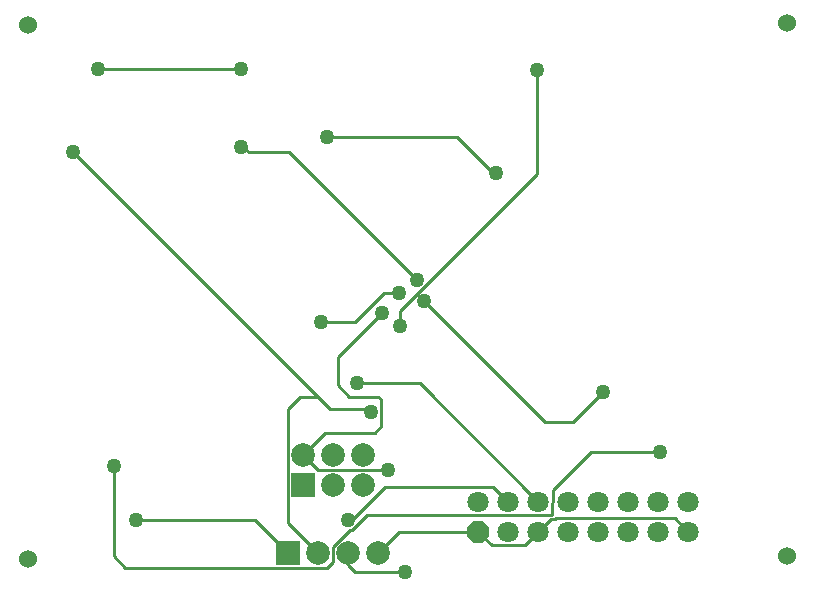
<source format=gbl>
G04*
G04 #@! TF.GenerationSoftware,Altium Limited,Altium Designer,20.0.13 (296)*
G04*
G04 Layer_Physical_Order=2*
G04 Layer_Color=16711680*
%FSLAX44Y44*%
%MOMM*%
G71*
G01*
G75*
%ADD13C,0.2540*%
%ADD56C,1.8000*%
%ADD57P,1.9483X8X22.5*%
%ADD58C,1.5240*%
%ADD59C,2.0000*%
%ADD60R,2.0000X2.0000*%
%ADD61C,1.2700*%
D13*
X972820Y900939D02*
Y989330D01*
X857250Y785369D02*
X972820Y900939D01*
X763270Y919480D02*
X871220Y811530D01*
X729198Y919480D02*
X763270D01*
X857250Y772160D02*
Y785369D01*
X820420Y723900D02*
X873760D01*
X813816Y712470D02*
X838617D01*
X804164Y722122D02*
Y746252D01*
Y722122D02*
X813816Y712470D01*
X873760Y723900D02*
X974090Y623570D01*
X804164Y746252D02*
X841248Y783336D01*
X843026Y800354D02*
X855980D01*
X818642Y775970D02*
X843026Y800354D01*
X789940Y775970D02*
X818642D01*
X614426Y577850D02*
Y654050D01*
X734060Y608330D02*
X762000Y580390D01*
X633730Y608330D02*
X734060D01*
X828960Y612300D02*
X985266D01*
X816370Y599710D02*
X828960Y612300D01*
X844042Y636270D02*
X935990D01*
X948690Y623570D01*
X816102Y608330D02*
X844042Y636270D01*
X985266Y612300D02*
X985266Y612300D01*
X814768Y599710D02*
X816370D01*
X800100Y585042D02*
X814768Y599710D01*
X800100Y573024D02*
Y585042D01*
X812800Y608330D02*
X816102D01*
X787400Y650240D02*
X846328D01*
X774700Y662940D02*
X787400Y650240D01*
X829310Y702310D02*
X832230Y699390D01*
X829310Y702310D02*
Y702310D01*
X840850Y687434D02*
Y710237D01*
X835406Y681990D02*
X840850Y687434D01*
X838617Y712470D02*
X840850Y710237D01*
X797306Y702310D02*
X829310D01*
X787400Y712216D02*
X797306Y702310D01*
X774700Y662940D02*
X793750Y681990D01*
X835406D01*
X812800Y569722D02*
X818642Y563880D01*
X861060D01*
X1018286Y665480D02*
X1076960D01*
X986790Y633984D02*
X1018286Y665480D01*
X722630Y924306D02*
X724372D01*
X729198Y919480D01*
X905510Y932180D02*
X935990Y901700D01*
X795020Y932180D02*
X905510D01*
X935990Y901700D02*
X938530D01*
X772160Y712216D02*
X787400D01*
X855980Y598170D02*
X923290D01*
X838200Y580390D02*
X855980Y598170D01*
X923290D02*
X934720Y586740D01*
X962660D01*
X974090Y598170D01*
X600870Y989678D02*
X722122D01*
X614426Y577850D02*
X624332Y567944D01*
X795020D01*
X800100Y573024D01*
X985266Y612300D02*
X986790Y633984D01*
X1003046Y690880D02*
X1028827Y716661D01*
X979678Y690880D02*
X1003046D01*
X877316Y793242D02*
X979678Y690880D01*
X580136Y919480D02*
X787400Y712216D01*
X974090Y598170D02*
X984680Y608760D01*
X988060D01*
X988900Y609600D01*
X1089660D01*
X1101090Y598170D01*
X762254Y702310D02*
X772160Y712216D01*
X762254Y605536D02*
Y702310D01*
Y605536D02*
X787400Y580390D01*
X812800Y569722D02*
Y580390D01*
D56*
X1101090Y623570D02*
D03*
Y598170D02*
D03*
X1075690Y623570D02*
D03*
Y598170D02*
D03*
X1050290Y623570D02*
D03*
Y598170D02*
D03*
X1024890Y623570D02*
D03*
Y598170D02*
D03*
X923290Y623570D02*
D03*
X948690Y598170D02*
D03*
Y623570D02*
D03*
X974090Y598170D02*
D03*
Y623570D02*
D03*
X999490Y598170D02*
D03*
Y623570D02*
D03*
D57*
X923290Y598170D02*
D03*
D58*
X1184910Y1028700D02*
D03*
X542290Y1027430D02*
D03*
X1184910Y577850D02*
D03*
X542290Y575310D02*
D03*
D59*
X812800Y580390D02*
D03*
X787400D02*
D03*
X838200D02*
D03*
X774700Y662940D02*
D03*
X825500D02*
D03*
X800100D02*
D03*
Y637540D02*
D03*
X825500D02*
D03*
D60*
X762000Y580390D02*
D03*
X774700Y637540D02*
D03*
D61*
X972820Y989330D02*
D03*
X871220Y811530D02*
D03*
X857250Y772160D02*
D03*
X820420Y723900D02*
D03*
X855980Y800354D02*
D03*
X614426Y654050D02*
D03*
X633730Y608330D02*
D03*
X812800D02*
D03*
X832230Y699390D02*
D03*
X861060Y563880D02*
D03*
X1076960Y665480D02*
D03*
X789940Y775970D02*
D03*
X722630Y924306D02*
D03*
X795020Y932180D02*
D03*
X841248Y783336D02*
D03*
X938530Y901700D02*
D03*
X600870Y989678D02*
D03*
X722122D02*
D03*
X1028827Y716661D02*
D03*
X877316Y793242D02*
D03*
X580136Y919480D02*
D03*
X846328Y650240D02*
D03*
M02*

</source>
